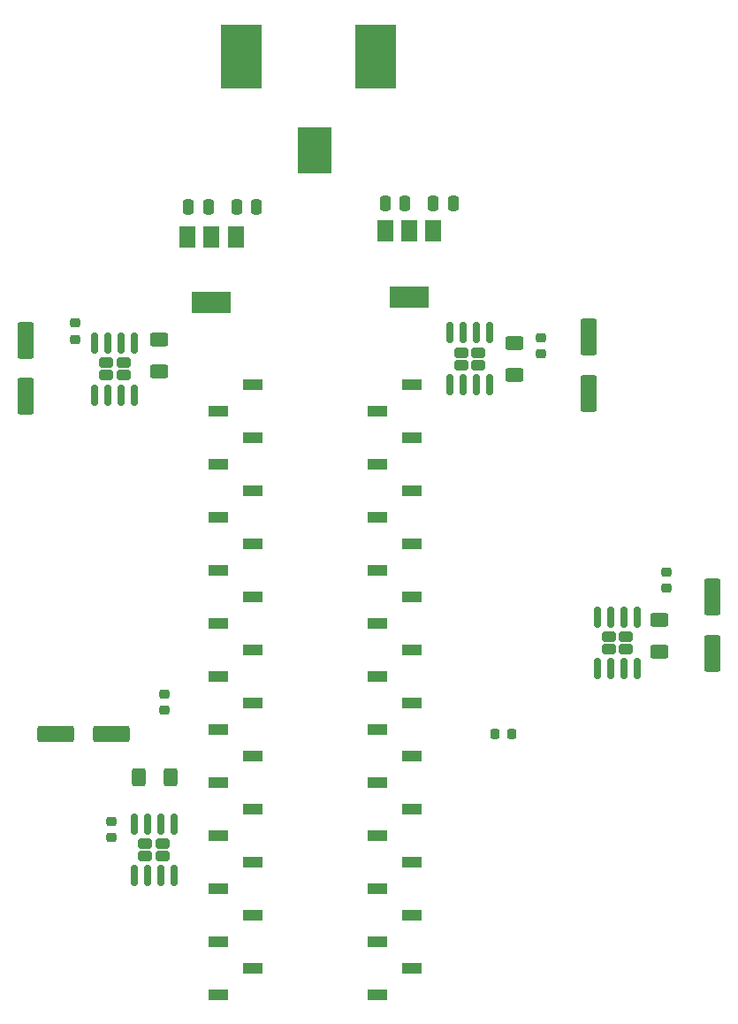
<source format=gbp>
%TF.GenerationSoftware,KiCad,Pcbnew,7.0.9-7.0.9~ubuntu23.04.1*%
%TF.CreationDate,2023-11-29T14:17:22+01:00*%
%TF.ProjectId,maglev cv2,6d61676c-6576-4206-9376-322e6b696361,rev?*%
%TF.SameCoordinates,Original*%
%TF.FileFunction,Paste,Bot*%
%TF.FilePolarity,Positive*%
%FSLAX46Y46*%
G04 Gerber Fmt 4.6, Leading zero omitted, Abs format (unit mm)*
G04 Created by KiCad (PCBNEW 7.0.9-7.0.9~ubuntu23.04.1) date 2023-11-29 14:17:22*
%MOMM*%
%LPD*%
G01*
G04 APERTURE LIST*
G04 Aperture macros list*
%AMRoundRect*
0 Rectangle with rounded corners*
0 $1 Rounding radius*
0 $2 $3 $4 $5 $6 $7 $8 $9 X,Y pos of 4 corners*
0 Add a 4 corners polygon primitive as box body*
4,1,4,$2,$3,$4,$5,$6,$7,$8,$9,$2,$3,0*
0 Add four circle primitives for the rounded corners*
1,1,$1+$1,$2,$3*
1,1,$1+$1,$4,$5*
1,1,$1+$1,$6,$7*
1,1,$1+$1,$8,$9*
0 Add four rect primitives between the rounded corners*
20,1,$1+$1,$2,$3,$4,$5,0*
20,1,$1+$1,$4,$5,$6,$7,0*
20,1,$1+$1,$6,$7,$8,$9,0*
20,1,$1+$1,$8,$9,$2,$3,0*%
G04 Aperture macros list end*
%ADD10RoundRect,0.250000X-0.250000X-0.475000X0.250000X-0.475000X0.250000X0.475000X-0.250000X0.475000X0*%
%ADD11RoundRect,0.250000X-0.550000X1.500000X-0.550000X-1.500000X0.550000X-1.500000X0.550000X1.500000X0*%
%ADD12RoundRect,0.250000X-0.625000X0.400000X-0.625000X-0.400000X0.625000X-0.400000X0.625000X0.400000X0*%
%ADD13RoundRect,0.225000X-0.225000X-0.250000X0.225000X-0.250000X0.225000X0.250000X-0.225000X0.250000X0*%
%ADD14RoundRect,0.242500X0.422500X-0.242500X0.422500X0.242500X-0.422500X0.242500X-0.422500X-0.242500X0*%
%ADD15RoundRect,0.150000X0.150000X-0.825000X0.150000X0.825000X-0.150000X0.825000X-0.150000X-0.825000X0*%
%ADD16R,1.500000X2.000000*%
%ADD17R,3.800000X2.000000*%
%ADD18RoundRect,0.250000X-1.500000X-0.550000X1.500000X-0.550000X1.500000X0.550000X-1.500000X0.550000X0*%
%ADD19R,1.900000X1.000000*%
%ADD20RoundRect,0.250000X0.250000X0.475000X-0.250000X0.475000X-0.250000X-0.475000X0.250000X-0.475000X0*%
%ADD21R,3.900000X6.200000*%
%ADD22R,3.300000X4.400000*%
%ADD23RoundRect,0.225000X-0.250000X0.225000X-0.250000X-0.225000X0.250000X-0.225000X0.250000X0.225000X0*%
%ADD24RoundRect,0.250000X0.400000X0.625000X-0.400000X0.625000X-0.400000X-0.625000X0.400000X-0.625000X0*%
G04 APERTURE END LIST*
D10*
X139020000Y-70930400D03*
X140920000Y-70930400D03*
D11*
X172700000Y-83370400D03*
X172700000Y-88770400D03*
D12*
X179451000Y-110434000D03*
X179451000Y-113534000D03*
D13*
X163766200Y-121412000D03*
X165316200Y-121412000D03*
D10*
X134380000Y-70900400D03*
X136280000Y-70900400D03*
D14*
X130239000Y-133096000D03*
X131889000Y-133096000D03*
X130239000Y-131896000D03*
X131889000Y-131896000D03*
D15*
X132969000Y-134971000D03*
X131699000Y-134971000D03*
X130429000Y-134971000D03*
X129159000Y-134971000D03*
X129159000Y-130021000D03*
X130429000Y-130021000D03*
X131699000Y-130021000D03*
X132969000Y-130021000D03*
D14*
X126492000Y-87052000D03*
X128142000Y-87052000D03*
X126492000Y-85852000D03*
X128142000Y-85852000D03*
D15*
X129222000Y-88927000D03*
X127952000Y-88927000D03*
X126682000Y-88927000D03*
X125412000Y-88927000D03*
X125412000Y-83977000D03*
X126682000Y-83977000D03*
X127952000Y-83977000D03*
X129222000Y-83977000D03*
D11*
X118810000Y-83670400D03*
X118810000Y-89070400D03*
X184540000Y-108260400D03*
X184540000Y-113660400D03*
D16*
X134290000Y-73780400D03*
X136590000Y-73780400D03*
X138890000Y-73780400D03*
D17*
X136590000Y-80080400D03*
D18*
X121630000Y-121360400D03*
X127030000Y-121360400D03*
D19*
X140580000Y-87900400D03*
X137280000Y-90440400D03*
X140580000Y-92980400D03*
X137280000Y-95520400D03*
X140580000Y-98060400D03*
X137280000Y-100600400D03*
X140580000Y-103140400D03*
X137280000Y-105680400D03*
X140580000Y-108220400D03*
X137280000Y-110760400D03*
X140580000Y-113300400D03*
X137280000Y-115840400D03*
X140580000Y-118380400D03*
X137280000Y-120920400D03*
X140580000Y-123460400D03*
X137280000Y-126000400D03*
X140580000Y-128540400D03*
X137280000Y-131080400D03*
X140580000Y-133620400D03*
X137280000Y-136160400D03*
X140580000Y-138700400D03*
X137280000Y-141240400D03*
X140580000Y-143780400D03*
X137280000Y-146320400D03*
D12*
X131572000Y-83597000D03*
X131572000Y-86697000D03*
D20*
X159750000Y-70570400D03*
X157850000Y-70570400D03*
D21*
X152300000Y-56550000D03*
X139400000Y-56550000D03*
D22*
X146500000Y-65500000D03*
D14*
X160490000Y-86060400D03*
X162140000Y-86060400D03*
X160490000Y-84860400D03*
X162140000Y-84860400D03*
D15*
X163220000Y-87935400D03*
X161950000Y-87935400D03*
X160680000Y-87935400D03*
X159410000Y-87935400D03*
X159410000Y-82985400D03*
X160680000Y-82985400D03*
X161950000Y-82985400D03*
X163220000Y-82985400D03*
D23*
X127000000Y-129781000D03*
X127000000Y-131331000D03*
D12*
X165570000Y-83945400D03*
X165570000Y-87045400D03*
D16*
X153210000Y-73240400D03*
X155510000Y-73240400D03*
X157810000Y-73240400D03*
D17*
X155510000Y-79540400D03*
D14*
X174626000Y-113284000D03*
X176276000Y-113284000D03*
X174626000Y-112084000D03*
X176276000Y-112084000D03*
D15*
X177356000Y-115159000D03*
X176086000Y-115159000D03*
X174816000Y-115159000D03*
X173546000Y-115159000D03*
X173546000Y-110209000D03*
X174816000Y-110209000D03*
X176086000Y-110209000D03*
X177356000Y-110209000D03*
D23*
X132080000Y-117589000D03*
X132080000Y-119139000D03*
D20*
X155130000Y-70580400D03*
X153230000Y-70580400D03*
D23*
X123490000Y-82035400D03*
X123490000Y-83585400D03*
D19*
X155820000Y-87900400D03*
X152520000Y-90440400D03*
X155820000Y-92980400D03*
X152520000Y-95520400D03*
X155820000Y-98060400D03*
X152520000Y-100600400D03*
X155820000Y-103140400D03*
X152520000Y-105680400D03*
X155820000Y-108220400D03*
X152520000Y-110760400D03*
X155820000Y-113300400D03*
X152520000Y-115840400D03*
X155820000Y-118380400D03*
X152520000Y-120920400D03*
X155820000Y-123460400D03*
X152520000Y-126000400D03*
X155820000Y-128540400D03*
X152520000Y-131080400D03*
X155820000Y-133620400D03*
X152520000Y-136160400D03*
X155820000Y-138700400D03*
X152520000Y-141240400D03*
X155820000Y-143780400D03*
X152520000Y-146320400D03*
D24*
X132680000Y-125500400D03*
X129580000Y-125500400D03*
D23*
X168110000Y-83450400D03*
X168110000Y-85000400D03*
X180150000Y-105895400D03*
X180150000Y-107445400D03*
M02*

</source>
